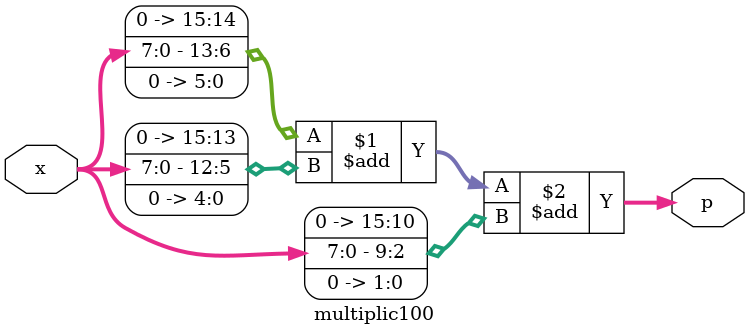
<source format=v>
/* binary multiplication decimal numbers */
module multiplic100 (
	input wire [7:0] x,
	output wire [15:0] p
);

	/* 100 = 2 ^ 6 + 2 ^ 5 + 2 ^ 2 */
	assign p = {2'b0, x, 6'b000000} + {3'b000, x, 5'b00000} + {6'b000000, x, 2'b00};

endmodule

</source>
